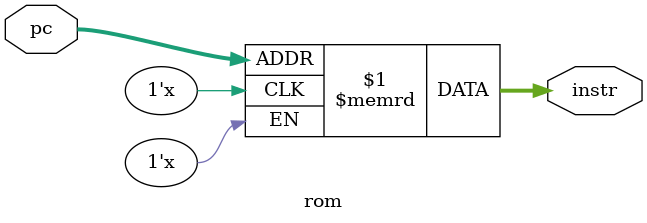
<source format=v>
`timescale 1ns / 1ps

module rom #(parameter A_BITS = 10)(
        input [A_BITS-1:0] pc,
        output [15:0] instr
    );
    
    reg [15:0] mem[0:1023];
    
    assign instr = mem[pc];
    
endmodule

</source>
